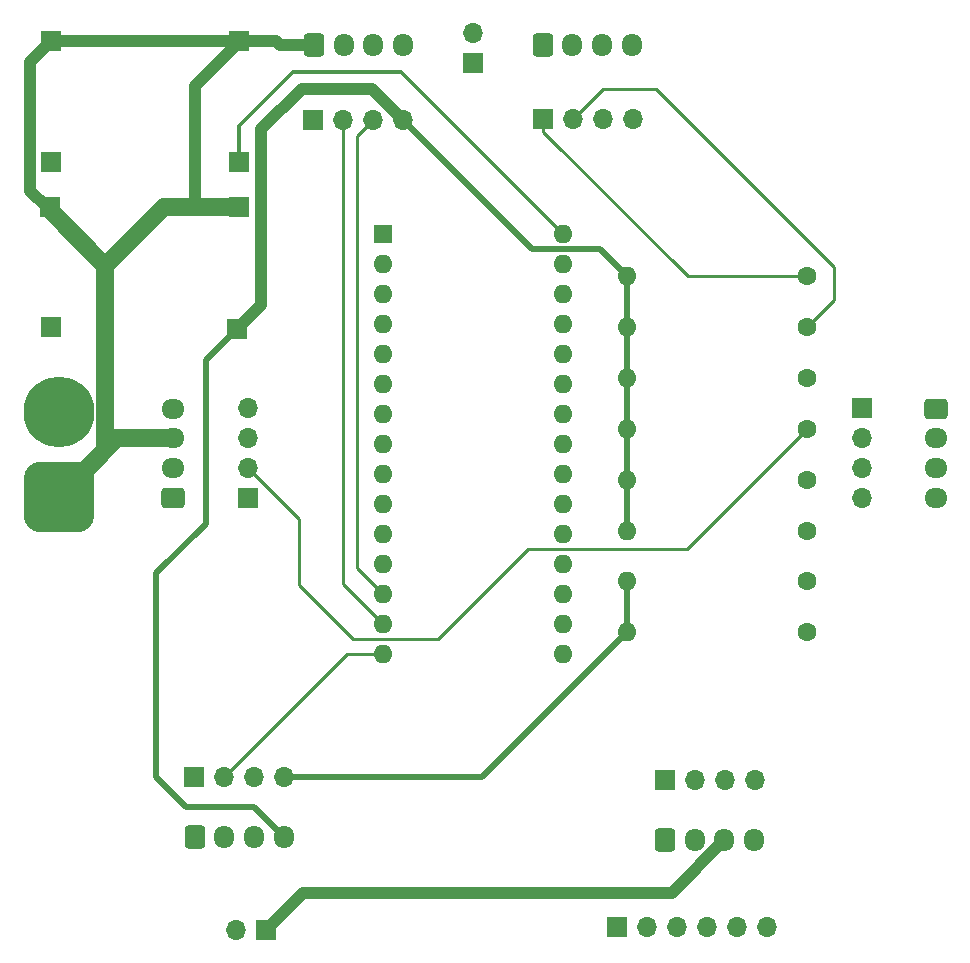
<source format=gbl>
G04 #@! TF.GenerationSoftware,KiCad,Pcbnew,7.0.1*
G04 #@! TF.CreationDate,2023-05-08T23:10:09+02:00*
G04 #@! TF.ProjectId,rockobot,726f636b-6f62-46f7-942e-6b696361645f,V1*
G04 #@! TF.SameCoordinates,Original*
G04 #@! TF.FileFunction,Copper,L2,Bot*
G04 #@! TF.FilePolarity,Positive*
%FSLAX46Y46*%
G04 Gerber Fmt 4.6, Leading zero omitted, Abs format (unit mm)*
G04 Created by KiCad (PCBNEW 7.0.1) date 2023-05-08 23:10:09*
%MOMM*%
%LPD*%
G01*
G04 APERTURE LIST*
G04 Aperture macros list*
%AMRoundRect*
0 Rectangle with rounded corners*
0 $1 Rounding radius*
0 $2 $3 $4 $5 $6 $7 $8 $9 X,Y pos of 4 corners*
0 Add a 4 corners polygon primitive as box body*
4,1,4,$2,$3,$4,$5,$6,$7,$8,$9,$2,$3,0*
0 Add four circle primitives for the rounded corners*
1,1,$1+$1,$2,$3*
1,1,$1+$1,$4,$5*
1,1,$1+$1,$6,$7*
1,1,$1+$1,$8,$9*
0 Add four rect primitives between the rounded corners*
20,1,$1+$1,$2,$3,$4,$5,0*
20,1,$1+$1,$4,$5,$6,$7,0*
20,1,$1+$1,$6,$7,$8,$9,0*
20,1,$1+$1,$8,$9,$2,$3,0*%
G04 Aperture macros list end*
G04 #@! TA.AperFunction,ComponentPad*
%ADD10RoundRect,0.250000X-0.600000X-0.725000X0.600000X-0.725000X0.600000X0.725000X-0.600000X0.725000X0*%
G04 #@! TD*
G04 #@! TA.AperFunction,ComponentPad*
%ADD11O,1.700000X1.950000*%
G04 #@! TD*
G04 #@! TA.AperFunction,ComponentPad*
%ADD12R,1.700000X1.700000*%
G04 #@! TD*
G04 #@! TA.AperFunction,ComponentPad*
%ADD13C,1.600000*%
G04 #@! TD*
G04 #@! TA.AperFunction,ComponentPad*
%ADD14O,1.600000X1.600000*%
G04 #@! TD*
G04 #@! TA.AperFunction,ComponentPad*
%ADD15RoundRect,0.250000X0.725000X-0.600000X0.725000X0.600000X-0.725000X0.600000X-0.725000X-0.600000X0*%
G04 #@! TD*
G04 #@! TA.AperFunction,ComponentPad*
%ADD16O,1.950000X1.700000*%
G04 #@! TD*
G04 #@! TA.AperFunction,ComponentPad*
%ADD17O,1.700000X1.700000*%
G04 #@! TD*
G04 #@! TA.AperFunction,ComponentPad*
%ADD18RoundRect,1.500000X1.500000X-1.500000X1.500000X1.500000X-1.500000X1.500000X-1.500000X-1.500000X0*%
G04 #@! TD*
G04 #@! TA.AperFunction,ComponentPad*
%ADD19C,6.000000*%
G04 #@! TD*
G04 #@! TA.AperFunction,ComponentPad*
%ADD20R,1.600000X1.600000*%
G04 #@! TD*
G04 #@! TA.AperFunction,ComponentPad*
%ADD21RoundRect,0.250000X-0.725000X0.600000X-0.725000X-0.600000X0.725000X-0.600000X0.725000X0.600000X0*%
G04 #@! TD*
G04 #@! TA.AperFunction,Conductor*
%ADD22C,0.500000*%
G04 #@! TD*
G04 #@! TA.AperFunction,Conductor*
%ADD23C,1.000000*%
G04 #@! TD*
G04 #@! TA.AperFunction,Conductor*
%ADD24C,0.350000*%
G04 #@! TD*
G04 #@! TA.AperFunction,Conductor*
%ADD25C,1.500000*%
G04 #@! TD*
G04 #@! TA.AperFunction,Conductor*
%ADD26C,0.250000*%
G04 #@! TD*
G04 APERTURE END LIST*
D10*
X149472000Y-70866000D03*
D11*
X151972000Y-70866000D03*
X154472000Y-70866000D03*
X156972000Y-70866000D03*
D12*
X123698000Y-80772000D03*
D13*
X171831000Y-107696000D03*
D14*
X156591000Y-107696000D03*
D13*
X171831000Y-103378000D03*
D14*
X156591000Y-103378000D03*
D10*
X120008000Y-137922000D03*
D11*
X122508000Y-137922000D03*
X125008000Y-137922000D03*
X127508000Y-137922000D03*
D13*
X171831000Y-116239000D03*
D14*
X156591000Y-116239000D03*
D15*
X118110000Y-109180000D03*
D16*
X118110000Y-106680000D03*
X118110000Y-104180000D03*
X118110000Y-101680000D03*
D10*
X130108000Y-70849000D03*
D11*
X132608000Y-70849000D03*
X135108000Y-70849000D03*
X137608000Y-70849000D03*
D12*
X129988000Y-77199000D03*
D17*
X132528000Y-77199000D03*
X135068000Y-77199000D03*
X137608000Y-77199000D03*
D12*
X107823000Y-94742000D03*
X119888000Y-132842000D03*
D17*
X122428000Y-132842000D03*
X124968000Y-132842000D03*
X127508000Y-132842000D03*
D12*
X176513000Y-101600000D03*
D17*
X176513000Y-104140000D03*
X176513000Y-106680000D03*
X176513000Y-109220000D03*
D13*
X171831000Y-120599000D03*
D14*
X156591000Y-120599000D03*
D12*
X123698000Y-70485000D03*
X123698000Y-84582000D03*
D13*
X171831000Y-94742000D03*
D14*
X156591000Y-94742000D03*
D10*
X159806000Y-138176000D03*
D11*
X162306000Y-138176000D03*
X164806000Y-138176000D03*
X167306000Y-138176000D03*
D12*
X124460000Y-109220000D03*
D17*
X124460000Y-106680000D03*
X124460000Y-104140000D03*
X124460000Y-101600000D03*
D12*
X107696000Y-84582000D03*
D18*
X108458000Y-109134000D03*
D19*
X108458000Y-101934000D03*
D12*
X123571000Y-94869000D03*
X143510000Y-72390000D03*
D17*
X143510000Y-69850000D03*
D12*
X107823000Y-70485000D03*
D20*
X135900000Y-86868000D03*
D14*
X135900000Y-89408000D03*
X135900000Y-91948000D03*
X135900000Y-94488000D03*
X135900000Y-97028000D03*
X135900000Y-99568000D03*
X135900000Y-102108000D03*
X135900000Y-104648000D03*
X135900000Y-107188000D03*
X135900000Y-109728000D03*
X135900000Y-112268000D03*
X135900000Y-114808000D03*
X135900000Y-117348000D03*
X135900000Y-119888000D03*
X135900000Y-122428000D03*
X151140000Y-122428000D03*
X151140000Y-119888000D03*
X151140000Y-117348000D03*
X151140000Y-114808000D03*
X151140000Y-112268000D03*
X151140000Y-109728000D03*
X151140000Y-107188000D03*
X151140000Y-104648000D03*
X151140000Y-102108000D03*
X151140000Y-99568000D03*
X151140000Y-97028000D03*
X151140000Y-94488000D03*
X151140000Y-91948000D03*
X151140000Y-89408000D03*
X151140000Y-86868000D03*
D13*
X171831000Y-99060000D03*
D14*
X156591000Y-99060000D03*
D12*
X125984000Y-145796000D03*
D17*
X123444000Y-145796000D03*
D12*
X155702000Y-145542000D03*
D17*
X158242000Y-145542000D03*
X160782000Y-145542000D03*
X163322000Y-145542000D03*
X165862000Y-145542000D03*
X168402000Y-145542000D03*
D12*
X149479000Y-77089000D03*
D17*
X152019000Y-77089000D03*
X154559000Y-77089000D03*
X157099000Y-77089000D03*
D13*
X171831000Y-90424000D03*
D14*
X156591000Y-90424000D03*
D12*
X159766000Y-133096000D03*
D17*
X162306000Y-133096000D03*
X164846000Y-133096000D03*
X167386000Y-133096000D03*
D13*
X171831000Y-112014000D03*
D14*
X156591000Y-112014000D03*
D21*
X182753000Y-101680000D03*
D16*
X182753000Y-104180000D03*
X182753000Y-106680000D03*
X182753000Y-109180000D03*
D12*
X107823000Y-80772000D03*
D22*
X156591000Y-99060000D02*
X156591000Y-103378000D01*
D23*
X120015000Y-74295000D02*
X120015000Y-84582000D01*
X120015000Y-84582000D02*
X123698000Y-84582000D01*
X127237000Y-70849000D02*
X126873000Y-70485000D01*
X123825000Y-70485000D02*
X120015000Y-74295000D01*
X130108000Y-70849000D02*
X127237000Y-70849000D01*
X126873000Y-70485000D02*
X123825000Y-70485000D01*
X106045000Y-72263000D02*
X107823000Y-70485000D01*
X106045000Y-83185000D02*
X106045000Y-72263000D01*
X107442000Y-84582000D02*
X106045000Y-83185000D01*
X107696000Y-84582000D02*
X107442000Y-84582000D01*
X134958000Y-74549000D02*
X137608000Y-77199000D01*
X129032000Y-74549000D02*
X134958000Y-74549000D01*
X125603000Y-77978000D02*
X129032000Y-74549000D01*
X123571000Y-94869000D02*
X125603000Y-92837000D01*
X125603000Y-92837000D02*
X125603000Y-77978000D01*
D24*
X128270000Y-73152000D02*
X137424000Y-73152000D01*
X123698000Y-80772000D02*
X123698000Y-77724000D01*
X123698000Y-77724000D02*
X128270000Y-73152000D01*
X137424000Y-73152000D02*
X151140000Y-86868000D01*
D25*
X117374000Y-84582000D02*
X112408000Y-89548000D01*
X123698000Y-84582000D02*
X117374000Y-84582000D01*
D23*
X107823000Y-70485000D02*
X123698000Y-70485000D01*
D25*
X112408000Y-89548000D02*
X107696000Y-84836000D01*
X107696000Y-84836000D02*
X107696000Y-84582000D01*
D22*
X119253000Y-135382000D02*
X124968000Y-135382000D01*
X116713000Y-132842000D02*
X119253000Y-135382000D01*
X116713000Y-115570000D02*
X116713000Y-132842000D01*
X124968000Y-135382000D02*
X127508000Y-137922000D01*
X120904000Y-97536000D02*
X120904000Y-111379000D01*
X123571000Y-94869000D02*
X120904000Y-97536000D01*
X120904000Y-111379000D02*
X116713000Y-115570000D01*
D25*
X108458000Y-109134000D02*
X113412000Y-104180000D01*
X112408000Y-105184000D02*
X112408000Y-89548000D01*
D23*
X160361000Y-142621000D02*
X164806000Y-138176000D01*
X125984000Y-145796000D02*
X129159000Y-142621000D01*
D25*
X108458000Y-109134000D02*
X112408000Y-105184000D01*
D23*
X129159000Y-142621000D02*
X160361000Y-142621000D01*
D25*
X113412000Y-104180000D02*
X118110000Y-104180000D01*
D26*
X135068000Y-77199000D02*
X133731000Y-78536000D01*
X133731000Y-115179000D02*
X135900000Y-117348000D01*
X133731000Y-78536000D02*
X133731000Y-115179000D01*
X132528000Y-116516000D02*
X135900000Y-119888000D01*
X132528000Y-77199000D02*
X132528000Y-116516000D01*
X132842000Y-122428000D02*
X135900000Y-122428000D01*
X122428000Y-132842000D02*
X132842000Y-122428000D01*
X149479000Y-77089000D02*
X149479000Y-78189000D01*
X161714000Y-90424000D02*
X171831000Y-90424000D01*
X149479000Y-78189000D02*
X161714000Y-90424000D01*
X159004000Y-74549000D02*
X174117000Y-89662000D01*
X174117000Y-92456000D02*
X171831000Y-94742000D01*
X152019000Y-77089000D02*
X154559000Y-74549000D01*
X174117000Y-89662000D02*
X174117000Y-92456000D01*
X154559000Y-74549000D02*
X159004000Y-74549000D01*
X140589000Y-121158000D02*
X148209000Y-113538000D01*
X124460000Y-106680000D02*
X128778000Y-110998000D01*
X133350000Y-121158000D02*
X140589000Y-121158000D01*
X128778000Y-116586000D02*
X133350000Y-121158000D01*
X148209000Y-113538000D02*
X161671000Y-113538000D01*
X161671000Y-113538000D02*
X171831000Y-103378000D01*
X128778000Y-110998000D02*
X128778000Y-116586000D01*
D22*
X148547000Y-88138000D02*
X137608000Y-77199000D01*
X144348000Y-132842000D02*
X156591000Y-120599000D01*
X156591000Y-116239000D02*
X156591000Y-120599000D01*
X148837000Y-88138000D02*
X148547000Y-88138000D01*
X154305000Y-88138000D02*
X148837000Y-88138000D01*
X127508000Y-132842000D02*
X144348000Y-132842000D01*
X156591000Y-90424000D02*
X156591000Y-94742000D01*
X156591000Y-107696000D02*
X156591000Y-112014000D01*
X156591000Y-103378000D02*
X156591000Y-107696000D01*
X156591000Y-90424000D02*
X154305000Y-88138000D01*
X156591000Y-94742000D02*
X156591000Y-99060000D01*
M02*

</source>
